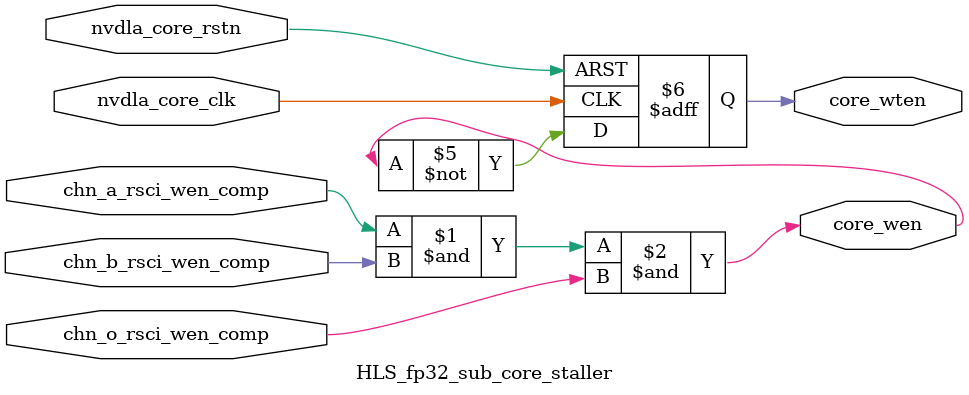
<source format=v>
module HLS_fp32_sub_core_staller (
  nvdla_core_clk, nvdla_core_rstn, core_wen, chn_a_rsci_wen_comp, core_wten, chn_b_rsci_wen_comp,
      chn_o_rsci_wen_comp
);
  input nvdla_core_clk;
  input nvdla_core_rstn;
  output core_wen;
  input chn_a_rsci_wen_comp;
  output core_wten;
  reg core_wten;
  input chn_b_rsci_wen_comp;
  input chn_o_rsci_wen_comp;
  assign core_wen = chn_a_rsci_wen_comp & chn_b_rsci_wen_comp & chn_o_rsci_wen_comp;
  always @(posedge nvdla_core_clk or negedge nvdla_core_rstn) begin
    if ( ~ nvdla_core_rstn ) begin
      core_wten <= 1'b0;
    end
    else begin
      core_wten <= ~ core_wen;
    end
  end
endmodule
</source>
